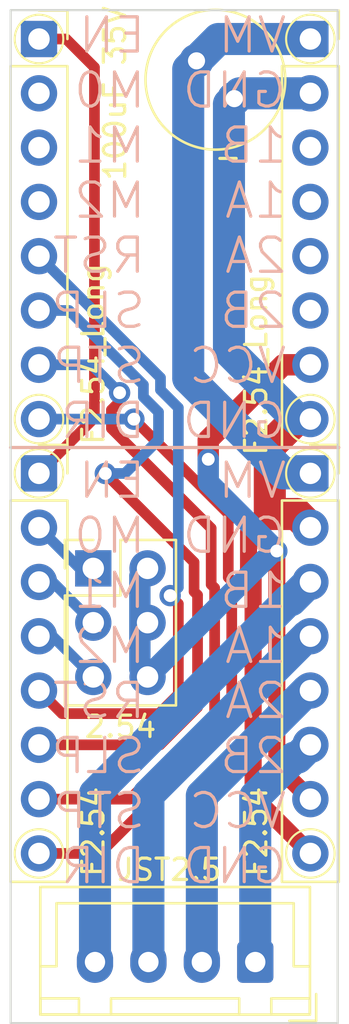
<source format=kicad_pcb>
(kicad_pcb (version 20221018) (generator pcbnew)
  (layers (0 "F.Cu" signal) (31 "B.Cu" signal) (34 "B.Paste" user) (35 "F.Paste" user) (36 "B.SilkS" user "B.Silkscreen") (37 "F.SilkS" user "F.Silkscreen") (38 "B.Mask" user) (39 "F.Mask" user) (44 "Edge.Cuts" user))
  (net 0 "")
  (net 1 "+12V")
  (net 2 "GND")
  (net 3 "+5V")
  (net 4 "/MDriverExtendY/EN")
  (net 5 "/MDriverExtendY/RST")
  (net 6 "/MDriverExtendY/SLP")
  (net 7 "/MDriverExtendY/STP")
  (net 8 "/MDriverExtendY/DIR")
  (net 9 "Net-(J1-Pin_2)")
  (net 10 "Net-(J1-Pin_3)")
  (net 11 "Net-(J1-Pin_4)")
  (net 12 "Net-(J2-Pin_3)")
  (net 13 "Net-(J2-Pin_4)")
  (net 14 "Net-(J2-Pin_5)")
  (net 15 "Net-(J2-Pin_6)")
  (footprint "My_Library:Module_TMC2209_3D" (layer "F.Cu") (at 43.18 40.64)
    (fp_text reference "SYM1" hide)
    (fp_text value "SYM_TMC2209_3D")
    (fp_circle (center 0 0) (end 1.016 -0.508) (stroke (width 0.1)) (fill none) (layer "F.SilkS"))
    (fp_circle (center 0 17.78) (end 0.508 16.764) (stroke (width 0.1)) (fill none) (layer "F.SilkS"))
    (fp_circle (center 12.7 0) (end 13.208 -1.016) (stroke (width 0.1)) (fill none) (layer "F.SilkS"))
    (fp_circle (center 12.7 17.78) (end 13.208 16.764) (stroke (width 0.1)) (fill none) (layer "F.SilkS"))
  )
  (footprint "Connector_JST:JST_XH_B4B-XH-A_1x04_P2.50mm_Vertical" (layer "F.Cu") (at 53.3 83.82 180)
    (fp_text reference "J6" hide)
    (fp_text value "JST2.5" (at 4.024 4.318 180) (layer "F.SilkS"))
    (fp_line (start -2.85 -2.75) (end -2.85 -1.5) (stroke (width 0.12)) (layer "F.SilkS"))
    (fp_line (start -2.56 -2.46) (end -2.56 3.51) (stroke (width 0.12)) (layer "F.SilkS"))
    (fp_line (start -2.56 3.51) (end 10.06 3.51) (stroke (width 0.12)) (layer "F.SilkS"))
    (fp_line (start -2.55 -2.45) (end -2.55 -1.7) (stroke (width 0.12)) (layer "F.SilkS"))
    (fp_line (start -2.55 -1.7) (end -0.75 -1.7) (stroke (width 0.12)) (layer "F.SilkS"))
    (fp_line (start -2.55 -0.2) (end -1.8 -0.2) (stroke (width 0.12)) (layer "F.SilkS"))
    (fp_line (start -1.8 -0.2) (end -1.8 2.75) (stroke (width 0.12)) (layer "F.SilkS"))
    (fp_line (start -1.8 2.75) (end 3.75 2.75) (stroke (width 0.12)) (layer "F.SilkS"))
    (fp_line (start -1.6 -2.75) (end -2.85 -2.75) (stroke (width 0.12)) (layer "F.SilkS"))
    (fp_line (start -0.75 -2.45) (end -2.55 -2.45) (stroke (width 0.12)) (layer "F.SilkS"))
    (fp_line (start -0.75 -1.7) (end -0.75 -2.45) (stroke (width 0.12)) (layer "F.SilkS"))
    (fp_line (start 0.75 -2.45) (end 0.75 -1.7) (stroke (width 0.12)) (layer "F.SilkS"))
    (fp_line (start 0.75 -1.7) (end 6.75 -1.7) (stroke (width 0.12)) (layer "F.SilkS"))
    (fp_line (start 6.75 -2.45) (end 0.75 -2.45) (stroke (width 0.12)) (layer "F.SilkS"))
    (fp_line (start 6.75 -1.7) (end 6.75 -2.45) (stroke (width 0.12)) (layer "F.SilkS"))
    (fp_line (start 8.25 -2.45) (end 8.25 -1.7) (stroke (width 0.12)) (layer "F.SilkS"))
    (fp_line (start 8.25 -1.7) (end 10.05 -1.7) (stroke (width 0.12)) (layer "F.SilkS"))
    (fp_line (start 9.3 -0.2) (end 9.3 2.75) (stroke (width 0.12)) (layer "F.SilkS"))
    (fp_line (start 9.3 2.75) (end 3.75 2.75) (stroke (width 0.12)) (layer "F.SilkS"))
    (fp_line (start 10.05 -2.45) (end 8.25 -2.45) (stroke (width 0.12)) (layer "F.SilkS"))
    (fp_line (start 10.05 -1.7) (end 10.05 -2.45) (stroke (width 0.12)) (layer "F.SilkS"))
    (fp_line (start 10.05 -0.2) (end 9.3 -0.2) (stroke (width 0.12)) (layer "F.SilkS"))
    (fp_line (start 10.06 -2.46) (end -2.56 -2.46) (stroke (width 0.12)) (layer "F.SilkS"))
    (fp_line (start 10.06 3.51) (end 10.06 -2.46) (stroke (width 0.12)) (layer "F.SilkS"))
    (pad "1" thru_hole roundrect (at 0 0 180) (size 1.7 1.95) (drill 0.95) (layers "*.Cu" "*.Mask") (roundrect_rratio 0.1470588235) (net 15 "Net-(J2-Pin_6)"))
    (pad "2" thru_hole oval (at 2.5 0 180) (size 1.7 1.95) (drill 0.95) (layers "*.Cu" "*.Mask") (net 14 "Net-(J2-Pin_5)"))
    (pad "3" thru_hole oval (at 5 0 180) (size 1.7 1.95) (drill 0.95) (layers "*.Cu" "*.Mask") (net 13 "Net-(J2-Pin_4)"))
    (pad "4" thru_hole oval (at 7.5 0 180) (size 1.7 1.95) (drill 0.95) (layers "*.Cu" "*.Mask") (net 12 "Net-(J2-Pin_3)"))
  )
  (footprint "My_Library:Module_TMC2209_3D" (layer "F.Cu") (at 43.18 60.96)
    (fp_text reference "SYM2" hide)
    (fp_text value "SYM_TMC2209_3D")
    (fp_circle (center 0 0) (end 1.016 -0.508) (stroke (width 0.1)) (fill none) (layer "F.SilkS"))
    (fp_circle (center 0 17.78) (end 0.508 16.764) (stroke (width 0.1)) (fill none) (layer "F.SilkS"))
    (fp_circle (center 12.7 0) (end 13.208 -1.016) (stroke (width 0.1)) (fill none) (layer "F.SilkS"))
    (fp_circle (center 12.7 17.78) (end 13.208 16.764) (stroke (width 0.1)) (fill none) (layer "F.SilkS"))
  )
  (footprint "Capacitor_THT:C_Radial_D6.3mm_H11.0mm_P2.50mm" (layer "F.Cu") (at 50.551117 41.661117 -45)
    (fp_text reference "C1" hide)
    (fp_text value "100uF 35V" (at -1.623683 3.771708 90) (layer "F.SilkS"))
    (fp_circle (center 1.25 0) (end 4.52 0) (stroke (width 0.12)) (fill none) (layer "F.SilkS"))
    (pad "1" thru_hole circle (at 0 0 315) (size 1.6 1.6) (drill 0.8) (layers "*.Cu" "*.Mask") (net 1 "+12V"))
    (pad "2" thru_hole circle (at 2.5 0 315) (size 1.6 1.6) (drill 0.8) (layers "*.Cu" "*.Mask") (net 2 "GND"))
  )
  (footprint "Connector_PinSocket_2.54mm:PinSocket_1x08_P2.54mm_Vertical" (layer "F.Cu") (at 43.18 60.96)
    (fp_text reference "J1" hide)
    (fp_text value "F2.54" (at 2.54 16.764 90) (layer "F.SilkS"))
    (fp_line (start -1.33 1.27) (end -1.33 19.11) (stroke (width 0.12)) (layer "F.SilkS"))
    (fp_line (start -1.33 1.27) (end 1.33 1.27) (stroke (width 0.12)) (layer "F.SilkS"))
    (fp_line (start -1.33 19.11) (end 1.33 19.11) (stroke (width 0.12)) (layer "F.SilkS"))
    (fp_line (start 0 -1.33) (end 1.33 -1.33) (stroke (width 0.12)) (layer "F.SilkS"))
    (fp_line (start 1.33 -1.33) (end 1.33 0) (stroke (width 0.12)) (layer "F.SilkS"))
    (fp_line (start 1.33 1.27) (end 1.33 19.11) (stroke (width 0.12)) (layer "F.SilkS"))
    (pad "1" thru_hole rect (at 0 0) (size 1.7 1.7) (drill 1) (layers "*.Cu" "*.Mask") (net 4 "/MDriverExtendY/EN"))
    (pad "2" thru_hole oval (at 0 2.54) (size 1.7 1.7) (drill 1) (layers "*.Cu" "*.Mask") (net 9 "Net-(J1-Pin_2)"))
    (pad "3" thru_hole oval (at 0 5.08) (size 1.7 1.7) (drill 1) (layers "*.Cu" "*.Mask") (net 10 "Net-(J1-Pin_3)"))
    (pad "4" thru_hole oval (at 0 7.62) (size 1.7 1.7) (drill 1) (layers "*.Cu" "*.Mask") (net 11 "Net-(J1-Pin_4)"))
    (pad "5" thru_hole oval (at 0 10.16) (size 1.7 1.7) (drill 1) (layers "*.Cu" "*.Mask") (net 5 "/MDriverExtendY/RST"))
    (pad "6" thru_hole oval (at 0 12.7) (size 1.7 1.7) (drill 1) (layers "*.Cu" "*.Mask") (net 6 "/MDriverExtendY/SLP"))
    (pad "7" thru_hole oval (at 0 15.24) (size 1.7 1.7) (drill 1) (layers "*.Cu" "*.Mask") (net 7 "/MDriverExtendY/STP"))
    (pad "8" thru_hole oval (at 0 17.78) (size 1.7 1.7) (drill 1) (layers "*.Cu" "*.Mask") (net 8 "/MDriverExtendY/DIR"))
  )
  (footprint "My_Library:PinSocket_1x08_P2.54mm_Vertical_Long" (layer "F.Cu") (at 55.88 40.64)
    (fp_text reference "J5" hide)
    (fp_text value "F2.54_Long" (at -2.54 15.24 90) (layer "F.SilkS"))
    (fp_line (start -1.33 1.27) (end -1.33 19.11) (stroke (width 0.12)) (layer "F.SilkS"))
    (fp_line (start -1.33 1.27) (end 1.33 1.27) (stroke (width 0.12)) (layer "F.SilkS"))
    (fp_line (start -1.33 19.11) (end 1.33 19.11) (stroke (width 0.12)) (layer "F.SilkS"))
    (fp_line (start 0 -1.33) (end 1.33 -1.33) (stroke (width 0.12)) (layer "F.SilkS"))
    (fp_line (start 1.33 -1.33) (end 1.33 0) (stroke (width 0.12)) (layer "F.SilkS"))
    (fp_line (start 1.33 1.27) (end 1.33 19.11) (stroke (width 0.12)) (layer "F.SilkS"))
    (pad "1" thru_hole rect (at 0 0) (size 1.7 1.7) (drill 1) (layers "*.Cu" "*.Mask") (net 1 "+12V"))
    (pad "2" thru_hole oval (at 0 2.54) (size 1.7 1.7) (drill 1) (layers "*.Cu" "*.Mask") (net 2 "GND"))
    (pad "3" thru_hole oval (at 0 5.08) (size 1.7 1.7) (drill 1) (layers "*.Cu" "*.Mask"))
    (pad "4" thru_hole oval (at 0 7.62) (size 1.7 1.7) (drill 1) (layers "*.Cu" "*.Mask"))
    (pad "5" thru_hole oval (at 0 10.16) (size 1.7 1.7) (drill 1) (layers "*.Cu" "*.Mask"))
    (pad "6" thru_hole oval (at 0 12.7) (size 1.7 1.7) (drill 1) (layers "*.Cu" "*.Mask"))
    (pad "7" thru_hole oval (at 0 15.24) (size 1.7 1.7) (drill 1) (layers "*.Cu" "*.Mask") (net 3 "+5V"))
    (pad "8" thru_hole oval (at 0 17.78) (size 1.7 1.7) (drill 1) (layers "*.Cu" "*.Mask") (net 2 "GND"))
  )
  (footprint "My_Library:PinSocket_1x08_P2.54mm_Vertical_Long" (layer "F.Cu") (at 43.18 40.64)
    (fp_text reference "J4" hide)
    (fp_text value "F2.54_Long" (at 2.54 14.732 90) (layer "F.SilkS"))
    (fp_line (start -1.33 1.27) (end -1.33 19.11) (stroke (width 0.12)) (layer "F.SilkS"))
    (fp_line (start -1.33 1.27) (end 1.33 1.27) (stroke (width 0.12)) (layer "F.SilkS"))
    (fp_line (start -1.33 19.11) (end 1.33 19.11) (stroke (width 0.12)) (layer "F.SilkS"))
    (fp_line (start 0 -1.33) (end 1.33 -1.33) (stroke (width 0.12)) (layer "F.SilkS"))
    (fp_line (start 1.33 -1.33) (end 1.33 0) (stroke (width 0.12)) (layer "F.SilkS"))
    (fp_line (start 1.33 1.27) (end 1.33 19.11) (stroke (width 0.12)) (layer "F.SilkS"))
    (pad "1" thru_hole rect (at 0 0) (size 1.7 1.7) (drill 1) (layers "*.Cu" "*.Mask") (net 4 "/MDriverExtendY/EN"))
    (pad "2" thru_hole oval (at 0 2.54) (size 1.7 1.7) (drill 1) (layers "*.Cu" "*.Mask"))
    (pad "3" thru_hole oval (at 0 5.08) (size 1.7 1.7) (drill 1) (layers "*.Cu" "*.Mask"))
    (pad "4" thru_hole oval (at 0 7.62) (size 1.7 1.7) (drill 1) (layers "*.Cu" "*.Mask"))
    (pad "5" thru_hole oval (at 0 10.16) (size 1.7 1.7) (drill 1) (layers "*.Cu" "*.Mask") (net 5 "/MDriverExtendY/RST"))
    (pad "6" thru_hole oval (at 0 12.7) (size 1.7 1.7) (drill 1) (layers "*.Cu" "*.Mask") (net 6 "/MDriverExtendY/SLP"))
    (pad "7" thru_hole oval (at 0 15.24) (size 1.7 1.7) (drill 1) (layers "*.Cu" "*.Mask") (net 7 "/MDriverExtendY/STP"))
    (pad "8" thru_hole oval (at 0 17.78) (size 1.7 1.7) (drill 1) (layers "*.Cu" "*.Mask") (net 8 "/MDriverExtendY/DIR"))
  )
  (footprint "Connector_PinSocket_2.54mm:PinSocket_1x08_P2.54mm_Vertical" (layer "F.Cu") (at 55.88 60.96)
    (fp_text reference "J2" hide)
    (fp_text value "F2.54" (at -2.54 16.764 90) (layer "F.SilkS"))
    (fp_line (start -1.33 1.27) (end -1.33 19.11) (stroke (width 0.12)) (layer "F.SilkS"))
    (fp_line (start -1.33 1.27) (end 1.33 1.27) (stroke (width 0.12)) (layer "F.SilkS"))
    (fp_line (start -1.33 19.11) (end 1.33 19.11) (stroke (width 0.12)) (layer "F.SilkS"))
    (fp_line (start 0 -1.33) (end 1.33 -1.33) (stroke (width 0.12)) (layer "F.SilkS"))
    (fp_line (start 1.33 -1.33) (end 1.33 0) (stroke (width 0.12)) (layer "F.SilkS"))
    (fp_line (start 1.33 1.27) (end 1.33 19.11) (stroke (width 0.12)) (layer "F.SilkS"))
    (pad "1" thru_hole rect (at 0 0) (size 1.7 1.7) (drill 1) (layers "*.Cu" "*.Mask") (net 1 "+12V"))
    (pad "2" thru_hole oval (at 0 2.54) (size 1.7 1.7) (drill 1) (layers "*.Cu" "*.Mask") (net 2 "GND"))
    (pad "3" thru_hole oval (at 0 5.08) (size 1.7 1.7) (drill 1) (layers "*.Cu" "*.Mask") (net 12 "Net-(J2-Pin_3)"))
    (pad "4" thru_hole oval (at 0 7.62) (size 1.7 1.7) (drill 1) (layers "*.Cu" "*.Mask") (net 13 "Net-(J2-Pin_4)"))
    (pad "5" thru_hole oval (at 0 10.16) (size 1.7 1.7) (drill 1) (layers "*.Cu" "*.Mask") (net 14 "Net-(J2-Pin_5)"))
    (pad "6" thru_hole oval (at 0 12.7) (size 1.7 1.7) (drill 1) (layers "*.Cu" "*.Mask") (net 15 "Net-(J2-Pin_6)"))
    (pad "7" thru_hole oval (at 0 15.24) (size 1.7 1.7) (drill 1) (layers "*.Cu" "*.Mask") (net 3 "+5V"))
    (pad "8" thru_hole oval (at 0 17.78) (size 1.7 1.7) (drill 1) (layers "*.Cu" "*.Mask") (net 2 "GND"))
  )
  (footprint "Connector_PinHeader_2.54mm:PinHeader_2x03_P2.54mm_Vertical" (layer "F.Cu") (at 45.72 65.405)
    (fp_text reference "J3" hide)
    (fp_text value "2.54" (at 1.27 7.41) (layer "F.SilkS"))
    (fp_line (start -1.33 -1.33) (end 0 -1.33) (stroke (width 0.12)) (layer "F.SilkS"))
    (fp_line (start -1.33 0) (end -1.33 -1.33) (stroke (width 0.12)) (layer "F.SilkS"))
    (fp_line (start -1.33 1.27) (end -1.33 6.41) (stroke (width 0.12)) (layer "F.SilkS"))
    (fp_line (start -1.33 1.27) (end 1.27 1.27) (stroke (width 0.12)) (layer "F.SilkS"))
    (fp_line (start -1.33 6.41) (end 3.87 6.41) (stroke (width 0.12)) (layer "F.SilkS"))
    (fp_line (start 1.27 -1.33) (end 3.87 -1.33) (stroke (width 0.12)) (layer "F.SilkS"))
    (fp_line (start 1.27 1.27) (end 1.27 -1.33) (stroke (width 0.12)) (layer "F.SilkS"))
    (fp_line (start 3.87 -1.33) (end 3.87 6.41) (stroke (width 0.12)) (layer "F.SilkS"))
    (pad "1" thru_hole rect (at 0 0) (size 1.7 1.7) (drill 1) (layers "*.Cu" "*.Mask") (net 9 "Net-(J1-Pin_2)"))
    (pad "2" thru_hole oval (at 2.54 0) (size 1.7 1.7) (drill 1) (layers "*.Cu" "*.Mask") (net 3 "+5V"))
    (pad "3" thru_hole oval (at 0 2.54) (size 1.7 1.7) (drill 1) (layers "*.Cu" "*.Mask") (net 10 "Net-(J1-Pin_3)"))
    (pad "4" thru_hole oval (at 2.54 2.54) (size 1.7 1.7) (drill 1) (layers "*.Cu" "*.Mask") (net 3 "+5V"))
    (pad "5" thru_hole oval (at 0 5.08) (size 1.7 1.7) (drill 1) (layers "*.Cu" "*.Mask") (net 11 "Net-(J1-Pin_4)"))
    (pad "6" thru_hole oval (at 2.54 5.08) (size 1.7 1.7) (drill 1) (layers "*.Cu" "*.Mask") (net 3 "+5V"))
  )
  (gr_line (start 57.21 59.75) (end 41.85 59.75) (stroke (width 0.15)) (layer "B.SilkS"))
  (gr_line (start 57.21 59.75) (end 41.85 59.75) (stroke (width 0.15)) (layer "F.SilkS"))
  (gr_rect (start 41.854 39.29) (end 57.157 86.68) (stroke (width 0.1)) (fill none) (layer "Edge.Cuts"))
  (gr_text "VM\nGND\n1B\n1A\n2A\n2B\nVCC\nGND" (at 54.864 80.264) (layer "B.SilkS") (effects (font (size 1.6 1.6)) (justify left bottom mirror)))
  (gr_text "EN\nM0\nM1\nM2\nRST\nSLP\nSTP\nDIR" (at 48.26 59.436) (layer "B.SilkS") (effects (font (size 1.6 1.6)) (justify left bottom mirror)))
  (gr_text "EN\nM0\nM1\nM2\nRST\nSLP\nSTP\nDIR" (at 48.26 80.264) (layer "B.SilkS") (effects (font (size 1.6 1.6)) (justify left bottom mirror)))
  (gr_text "VM\nGND\n1B\n1A\n2A\n2B\nVCC\nGND" (at 54.864 59.436) (layer "B.SilkS") (effects (font (size 1.6 1.6)) (justify left bottom mirror)))
  (gr_text "-" (at 51.308 46.736) (layer "F.SilkS") (effects (font (size 1 1)) (justify left bottom)))
  (segment (start 50.165 56.515) (end 50.165 42.047234) (width 1.5) (layer "B.Cu") (net 1))
  (segment (start 54.61 60.96) (end 50.165 56.515) (width 1.5) (layer "B.Cu") (net 1))
  (segment (start 51.572234 40.64) (end 55.88 40.64) (width 1.5) (layer "B.Cu") (net 1))
  (segment (start 50.165 42.047234) (end 51.572234 40.64) (width 1.5) (layer "B.Cu") (net 1))
  (segment (start 55.88 60.96) (end 54.61 60.96) (width 1.5) (layer "B.Cu") (net 1))
  (segment (start 53.2 65.647226) (end 53.2 76.06) (width 0.8) (layer "F.Cu") (net 2))
  (segment (start 55.88 58.42) (end 55.235076 58.42) (width 1.5) (layer "F.Cu") (net 2))
  (segment (start 53.98 59.675076) (end 53.98 61.5) (width 1.5) (layer "F.Cu") (net 2))
  (segment (start 53.98 62.86) (end 55.24 62.86) (width 1.5) (layer "F.Cu") (net 2))
  (segment (start 53.98 62.72) (end 52.986768 63.713232) (width 0.8) (layer "F.Cu") (net 2))
  (segment (start 52.986768 65.433994) (end 53.2 65.647226) (width 0.8) (layer "F.Cu") (net 2))
  (segment (start 53.2 76.06) (end 55.88 78.74) (width 0.8) (layer "F.Cu") (net 2))
  (segment (start 53.98 61.5) (end 53.98 62.86) (width 1.5) (layer "F.Cu") (net 2))
  (segment (start 55.235076 58.42) (end 53.98 59.675076) (width 1.5) (layer "F.Cu") (net 2))
  (segment (start 52.986768 63.713232) (end 52.986768 65.433994) (width 0.8) (layer "F.Cu") (net 2))
  (segment (start 55.24 62.86) (end 55.88 63.5) (width 1.5) (layer "F.Cu") (net 2))
  (segment (start 53.98 61.5) (end 53.98 62.72) (width 1) (layer "F.Cu") (net 2))
  (segment (start 52.07 43.677768) (end 52.567768 43.18) (width 1.5) (layer "B.Cu") (net 2))
  (segment (start 55.250584 58.42) (end 52.07 55.239416) (width 1.5) (layer "B.Cu") (net 2))
  (segment (start 52.07 55.239416) (end 52.07 43.677768) (width 1.5) (layer "B.Cu") (net 2))
  (segment (start 55.88 58.42) (end 55.250584 58.42) (width 1.5) (layer "B.Cu") (net 2))
  (segment (start 52.567768 43.18) (end 55.88 43.18) (width 1.5) (layer "B.Cu") (net 2))
  (segment (start 54.61 55.88) (end 55.88 55.88) (width 1) (layer "F.Cu") (net 3))
  (segment (start 51.1 59.39) (end 54.61 55.88) (width 1) (layer "F.Cu") (net 3))
  (segment (start 51.1 60.3) (end 51.1 59.39) (width 1) (layer "F.Cu") (net 3))
  (segment (start 54.308472 74.628472) (end 54.308472 64.591544) (width 0.8) (layer "F.Cu") (net 3))
  (segment (start 55.88 76.2) (end 54.308472 74.628472) (width 0.8) (layer "F.Cu") (net 3))
  (via (at 54.308472 64.591544) (size 1) (drill 0.6) (layers "F.Cu" "B.Cu") (net 3))
  (via (at 51.1 60.3) (size 1) (drill 0.6) (layers "F.Cu" "B.Cu") (net 3))
  (segment (start 48.26 65.405) (end 47.9 65.765) (width 1) (layer "B.Cu") (net 3))
  (segment (start 51.1 60.3) (end 51.1 61.383071) (width 1) (layer "B.Cu") (net 3))
  (segment (start 51.1 61.383071) (end 54.308472 64.591544) (width 1) (layer "B.Cu") (net 3))
  (segment (start 48.26 70.485) (end 54.153456 64.591544) (width 1) (layer "B.Cu") (net 3))
  (segment (start 47.9 70.125) (end 48.26 70.485) (width 1) (layer "B.Cu") (net 3))
  (segment (start 54.153456 64.591544) (end 54.308472 64.591544) (width 1) (layer "B.Cu") (net 3))
  (segment (start 47.9 65.765) (end 47.9 70.125) (width 1) (layer "B.Cu") (net 3))
  (segment (start 44.45 40.64) (end 43.18 40.64) (width 0.5) (layer "F.Cu") (net 4))
  (segment (start 45.775 57.653621) (end 45.775 41.965) (width 0.5) (layer "F.Cu") (net 4))
  (segment (start 45.775 41.965) (end 44.45 40.64) (width 0.5) (layer "F.Cu") (net 4))
  (segment (start 45.770099 58.369901) (end 45.770099 57.658523) (width 0.5) (layer "F.Cu") (net 4))
  (segment (start 45.770099 57.658523) (end 45.775 57.653621) (width 0.5) (layer "F.Cu") (net 4))
  (segment (start 43.18 60.96) (end 45.770099 58.369901) (width 0.5) (layer "F.Cu") (net 4))
  (segment (start 44.26 72.2) (end 43.18 71.12) (width 0.5) (layer "F.Cu") (net 5))
  (segment (start 49.7 71.3) (end 48.8 72.2) (width 0.5) (layer "F.Cu") (net 5))
  (segment (start 49.317806 66.678684) (end 49.7 67.060878) (width 0.5) (layer "F.Cu") (net 5))
  (segment (start 48.8 72.2) (end 44.26 72.2) (width 0.5) (layer "F.Cu") (net 5))
  (segment (start 49.7 67.060878) (end 49.7 71.3) (width 0.5) (layer "F.Cu") (net 5))
  (via (at 49.317806 66.678684) (size 1) (drill 0.6) (layers "F.Cu" "B.Cu") (net 5))
  (segment (start 49.7 57.888478) (end 48.865 57.053478) (width 0.5) (layer "B.Cu") (net 5))
  (segment (start 49.7 66.29649) (end 49.7 57.888478) (width 0.5) (layer "B.Cu") (net 5))
  (segment (start 48.865 57.053478) (end 48.865 56.485) (width 0.5) (layer "B.Cu") (net 5))
  (segment (start 49.317806 66.678684) (end 49.7 66.29649) (width 0.5) (layer "B.Cu") (net 5))
  (segment (start 48.865 56.485) (end 43.18 50.8) (width 0.5) (layer "B.Cu") (net 5))
  (segment (start 50.436767 65.118063) (end 46.283783 60.965079) (width 0.5) (layer "F.Cu") (net 6))
  (segment (start 50.6 66.653469) (end 50.436767 66.490235) (width 0.5) (layer "F.Cu") (net 6))
  (segment (start 43.18 73.66) (end 48.84 73.66) (width 0.5) (layer "F.Cu") (net 6))
  (segment (start 50.436767 66.490235) (end 50.436767 65.118063) (width 0.5) (layer "F.Cu") (net 6))
  (segment (start 50.6 71.9) (end 50.6 66.653469) (width 0.5) (layer "F.Cu") (net 6))
  (segment (start 48.84 73.66) (end 50.6 71.9) (width 0.5) (layer "F.Cu") (net 6))
  (via (at 46.283783 60.965079) (size 1) (drill 0.6) (layers "F.Cu" "B.Cu") (net 6))
  (segment (start 44.58863 53.34) (end 48.065 56.81637) (width 0.5) (layer "B.Cu") (net 6))
  (segment (start 48.772871 59.392054) (end 47.199846 60.965079) (width 0.5) (layer "B.Cu") (net 6))
  (segment (start 48.065 56.81637) (end 48.065 57.384848) (width 0.5) (layer "B.Cu") (net 6))
  (segment (start 47.199846 60.965079) (end 46.283783 60.965079) (width 0.5) (layer "B.Cu") (net 6))
  (segment (start 43.18 53.34) (end 44.58863 53.34) (width 0.5) (layer "B.Cu") (net 6))
  (segment (start 48.065 57.384848) (end 48.772871 58.09272) (width 0.5) (layer "B.Cu") (net 6))
  (segment (start 48.772871 58.09272) (end 48.772871 59.392054) (width 0.5) (layer "B.Cu") (net 6))
  (segment (start 51.236767 63.526411) (end 46.570099 58.859743) (width 0.5) (layer "F.Cu") (net 7))
  (segment (start 51.236767 66.158865) (end 51.236767 63.526411) (width 0.5) (layer "F.Cu") (net 7))
  (segment (start 46.570099 57.989893) (end 46.951852 57.60814) (width 0.5) (layer "F.Cu") (net 7))
  (segment (start 51.4 66.322099) (end 51.236767 66.158865) (width 0.5) (layer "F.Cu") (net 7))
  (segment (start 46.951852 57.60814) (end 46.951852 57.188148) (width 0.5) (layer "F.Cu") (net 7))
  (segment (start 51.4 72.23137) (end 51.4 66.322099) (width 0.5) (layer "F.Cu") (net 7))
  (segment (start 43.18 76.2) (end 47.43137 76.2) (width 0.5) (layer "F.Cu") (net 7))
  (segment (start 47.43137 76.2) (end 51.4 72.23137) (width 0.5) (layer "F.Cu") (net 7))
  (segment (start 46.570099 58.859743) (end 46.570099 57.989893) (width 0.5) (layer "F.Cu") (net 7))
  (via (at 46.951852 57.188148) (size 1) (drill 0.6) (layers "F.Cu" "B.Cu") (net 7))
  (segment (start 45.643704 55.88) (end 46.951852 57.188148) (width 0.5) (layer "B.Cu") (net 7))
  (segment (start 43.18 55.88) (end 45.643704 55.88) (width 0.5) (layer "B.Cu") (net 7))
  (segment (start 43.18 78.74) (end 46.02274 78.74) (width 0.5) (layer "F.Cu") (net 8))
  (segment (start 52.2 72.56274) (end 52.2 65.990729) (width 0.5) (layer "F.Cu") (net 8))
  (segment (start 52.036768 62.841487) (end 47.620099 58.424818) (width 0.5) (layer "F.Cu") (net 8))
  (segment (start 46.02274 78.74) (end 52.2 72.56274) (width 0.5) (layer "F.Cu") (net 8))
  (segment (start 52.2 65.990729) (end 52.036768 65.827496) (width 0.5) (layer "F.Cu") (net 8))
  (segment (start 52.036768 65.827496) (end 52.036768 62.841487) (width 0.5) (layer "F.Cu") (net 8))
  (via (at 47.620099 58.424818) (size 1) (drill 0.6) (layers "F.Cu" "B.Cu") (net 8))
  (segment (start 43.18 58.42) (end 47.615281 58.42) (width 0.5) (layer "B.Cu") (net 8))
  (segment (start 47.615281 58.42) (end 47.620099 58.424818) (width 0.5) (layer "B.Cu") (net 8))
  (segment (start 45.085 65.405) (end 43.18 63.5) (width 0.5) (layer "B.Cu") (net 9))
  (segment (start 45.72 65.405) (end 45.085 65.405) (width 0.5) (layer "B.Cu") (net 9))
  (segment (start 43.815 66.04) (end 45.72 67.945) (width 0.5) (layer "B.Cu") (net 10))
  (segment (start 43.18 66.04) (end 43.815 66.04) (width 0.5) (layer "B.Cu") (net 10))
  (segment (start 43.815 68.58) (end 45.72 70.485) (width 0.5) (layer "B.Cu") (net 11))
  (segment (start 43.18 68.58) (end 43.815 68.58) (width 0.5) (layer "B.Cu") (net 11))
  (segment (start 55.830335 66.04) (end 54.977031 66.893303) (width 1.5) (layer "B.Cu") (net 12))
  (segment (start 45.8 75.945509) (end 45.8 83.82) (width 1.5) (layer "B.Cu") (net 12))
  (segment (start 54.852206 66.893303) (end 45.8 75.945509) (width 1.5) (layer "B.Cu") (net 12))
  (segment (start 55.88 66.04) (end 55.830335 66.04) (width 1.5) (layer "B.Cu") (net 12))
  (segment (start 54.977031 66.893303) (end 54.852206 66.893303) (width 1.5) (layer "B.Cu") (net 12))
  (segment (start 55.88 68.58) (end 55.711095 68.58) (width 1.5) (layer "B.Cu") (net 13))
  (segment (start 55.711095 68.58) (end 48.3 75.991093) (width 1.5) (layer "B.Cu") (net 13))
  (segment (start 48.3 75.991093) (end 48.3 83.82) (width 1.5) (layer "B.Cu") (net 13))
  (segment (start 55.88 71.12) (end 55.716677 71.12) (width 1.5) (layer "B.Cu") (net 14))
  (segment (start 50.8 76.036677) (end 50.8 83.82) (width 1.5) (layer "B.Cu") (net 14))
  (segment (start 55.716677 71.12) (end 50.8 76.036677) (width 1.5) (layer "B.Cu") (net 14))
  (segment (start 53.3 76.082261) (end 53.3 83.82) (width 1.5) (layer "B.Cu") (net 15))
  (segment (start 55.28 74.26) (end 55.122261 74.26) (width 1.5) (layer "B.Cu") (net 15))
  (segment (start 55.88 73.66) (end 55.28 74.26) (width 1.5) (layer "B.Cu") (net 15))
  (segment (start 55.122261 74.26) (end 53.3 76.082261) (width 1.5) (layer "B.Cu") (net 15))
)
</source>
